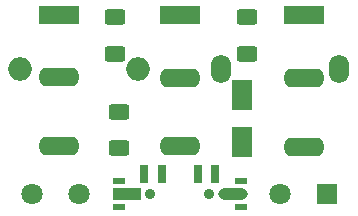
<source format=gbr>
%TF.GenerationSoftware,KiCad,Pcbnew,(6.0.2-0)*%
%TF.CreationDate,2022-07-29T18:45:40+02:00*%
%TF.ProjectId,2xMixer,32784d69-7865-4722-9e6b-696361645f70,rev?*%
%TF.SameCoordinates,Original*%
%TF.FileFunction,Soldermask,Top*%
%TF.FilePolarity,Negative*%
%FSLAX46Y46*%
G04 Gerber Fmt 4.6, Leading zero omitted, Abs format (unit mm)*
G04 Created by KiCad (PCBNEW (6.0.2-0)) date 2022-07-29 18:45:40*
%MOMM*%
%LPD*%
G01*
G04 APERTURE LIST*
G04 Aperture macros list*
%AMRoundRect*
0 Rectangle with rounded corners*
0 $1 Rounding radius*
0 $2 $3 $4 $5 $6 $7 $8 $9 X,Y pos of 4 corners*
0 Add a 4 corners polygon primitive as box body*
4,1,4,$2,$3,$4,$5,$6,$7,$8,$9,$2,$3,0*
0 Add four circle primitives for the rounded corners*
1,1,$1+$1,$2,$3*
1,1,$1+$1,$4,$5*
1,1,$1+$1,$6,$7*
1,1,$1+$1,$8,$9*
0 Add four rect primitives between the rounded corners*
20,1,$1+$1,$2,$3,$4,$5,0*
20,1,$1+$1,$4,$5,$6,$7,0*
20,1,$1+$1,$6,$7,$8,$9,0*
20,1,$1+$1,$8,$9,$2,$3,0*%
G04 Aperture macros list end*
%ADD10R,1.800000X2.500000*%
%ADD11RoundRect,0.250000X0.625000X-0.400000X0.625000X0.400000X-0.625000X0.400000X-0.625000X-0.400000X0*%
%ADD12R,3.500000X1.600000*%
%ADD13O,3.500000X1.600000*%
%ADD14R,1.100000X0.600000*%
%ADD15C,0.900000*%
%ADD16R,0.700000X1.500000*%
%ADD17RoundRect,0.250000X-0.625000X0.400000X-0.625000X-0.400000X0.625000X-0.400000X0.625000X0.400000X0*%
%ADD18O,2.000000X2.000000*%
%ADD19R,2.400000X1.000000*%
%ADD20C,1.800000*%
%ADD21O,1.700000X2.400000*%
%ADD22R,1.800000X1.800000*%
%ADD23O,2.500000X1.000000*%
G04 APERTURE END LIST*
D10*
%TO.C,D1*%
X127975000Y-72950000D03*
X127975000Y-76950000D03*
%TD*%
D11*
%TO.C,R1*%
X128375000Y-69475000D03*
X128375000Y-66375000D03*
%TD*%
D12*
%TO.C,J1*%
X133200000Y-66212500D03*
D13*
X133200000Y-71512500D03*
X133200000Y-77312500D03*
%TD*%
D14*
%TO.C,SW1*%
X127875000Y-82455000D03*
D15*
X125225000Y-81355000D03*
D14*
X127875000Y-80245000D03*
X117575000Y-80245000D03*
X117575000Y-82455000D03*
D15*
X120225000Y-81355000D03*
D16*
X119725000Y-79595000D03*
X121225000Y-79595000D03*
X124225000Y-79595000D03*
X125725000Y-79595000D03*
%TD*%
D12*
%TO.C,J2*%
X112500000Y-66150000D03*
D13*
X112500000Y-71450000D03*
X112500000Y-77250000D03*
%TD*%
D12*
%TO.C,J3*%
X122750000Y-66190000D03*
D13*
X122750000Y-71490000D03*
X122750000Y-77290000D03*
%TD*%
D11*
%TO.C,R2*%
X117275000Y-69475000D03*
X117275000Y-66375000D03*
%TD*%
D17*
%TO.C,R5*%
X117550000Y-74375000D03*
X117550000Y-77475000D03*
%TD*%
D18*
%TO.C,RV2*%
X109225000Y-70750000D03*
X119225000Y-70750000D03*
D19*
X118225000Y-81350000D03*
D20*
X114213000Y-81350000D03*
X110225000Y-81350000D03*
%TD*%
D21*
%TO.C,RV1*%
X136225000Y-70750000D03*
X126225000Y-70750000D03*
D22*
X135225000Y-81350000D03*
D20*
X131213000Y-81350000D03*
D23*
X127225000Y-81350000D03*
%TD*%
M02*

</source>
